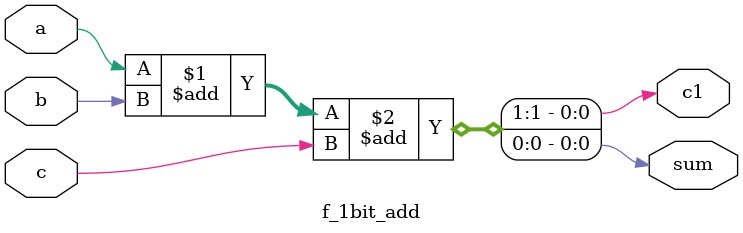
<source format=v>
`timescale 1ns / 1ps


module f_3bits_add(
	input  [2:0]       a,
	input  [2:0]       b,
	input	        c,
	output              c1,
	output [2:0]       sum
);

wire [1:0]  middle;
f_1bit_add  U1(
	.a(a[0]),
	.b(b[0]),
	.c(c),
	.c1(middle[0]),
	.sum(sum[0])
);

f_1bit_add  U2(
	.a(a[1]),
	.b(b[1]),
	.c(middle[0]),
	.c1(middle[1]),
	.sum(sum[1])
);
f_1bit_add  U3(
	.a(a[2]),
	.b(b[2]),
	.c(middle[1]),
	.c1(c1),
	.sum(sum[2])
);





endmodule
module f_1bit_add(
	input 	a,
	input 	b,
	input	c,
	output     c1,
	output     sum
);
assign {c1,sum}=a+b+c;

endmodule

</source>
